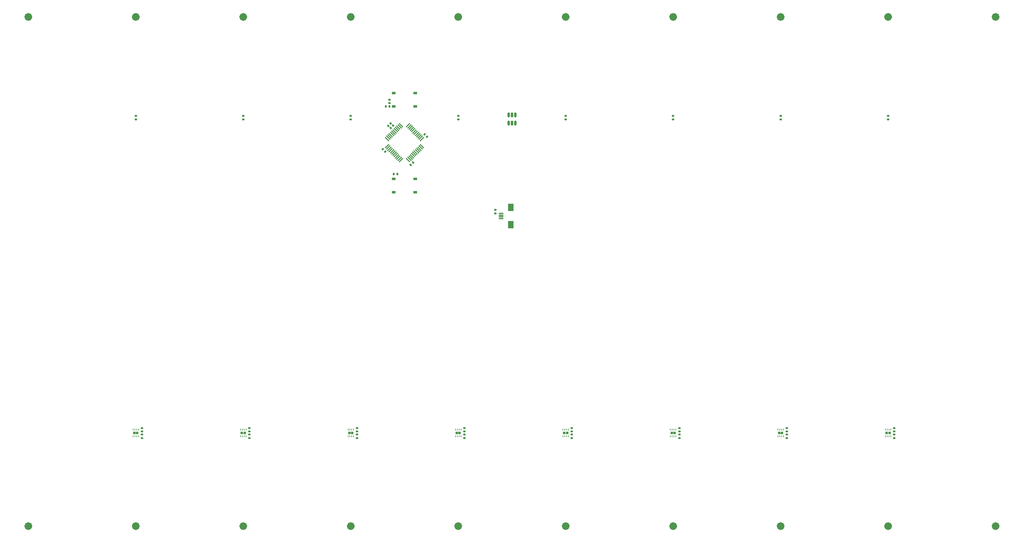
<source format=gbp>
%TF.GenerationSoftware,KiCad,Pcbnew,8.0.3*%
%TF.CreationDate,2024-07-13T18:41:39+02:00*%
%TF.ProjectId,faderboard,66616465-7262-46f6-9172-642e6b696361,rev?*%
%TF.SameCoordinates,Original*%
%TF.FileFunction,Paste,Bot*%
%TF.FilePolarity,Positive*%
%FSLAX46Y46*%
G04 Gerber Fmt 4.6, Leading zero omitted, Abs format (unit mm)*
G04 Created by KiCad (PCBNEW 8.0.3) date 2024-07-13 18:41:39*
%MOMM*%
%LPD*%
G01*
G04 APERTURE LIST*
G04 Aperture macros list*
%AMRoundRect*
0 Rectangle with rounded corners*
0 $1 Rounding radius*
0 $2 $3 $4 $5 $6 $7 $8 $9 X,Y pos of 4 corners*
0 Add a 4 corners polygon primitive as box body*
4,1,4,$2,$3,$4,$5,$6,$7,$8,$9,$2,$3,0*
0 Add four circle primitives for the rounded corners*
1,1,$1+$1,$2,$3*
1,1,$1+$1,$4,$5*
1,1,$1+$1,$6,$7*
1,1,$1+$1,$8,$9*
0 Add four rect primitives between the rounded corners*
20,1,$1+$1,$2,$3,$4,$5,0*
20,1,$1+$1,$4,$5,$6,$7,0*
20,1,$1+$1,$6,$7,$8,$9,0*
20,1,$1+$1,$8,$9,$2,$3,0*%
G04 Aperture macros list end*
%ADD10C,1.100000*%
%ADD11R,0.650000X0.750000*%
%ADD12RoundRect,0.062500X0.062500X-0.187500X0.062500X0.187500X-0.062500X0.187500X-0.062500X-0.187500X0*%
%ADD13RoundRect,0.140000X-0.170000X0.140000X-0.170000X-0.140000X0.170000X-0.140000X0.170000X0.140000X0*%
%ADD14RoundRect,0.075000X-0.575000X0.075000X-0.575000X-0.075000X0.575000X-0.075000X0.575000X0.075000X0*%
%ADD15R,1.600000X2.000000*%
%ADD16RoundRect,0.135000X-0.135000X-0.185000X0.135000X-0.185000X0.135000X0.185000X-0.135000X0.185000X0*%
%ADD17RoundRect,0.140000X0.170000X-0.140000X0.170000X0.140000X-0.170000X0.140000X-0.170000X-0.140000X0*%
%ADD18RoundRect,0.135000X0.185000X-0.135000X0.185000X0.135000X-0.185000X0.135000X-0.185000X-0.135000X0*%
%ADD19RoundRect,0.140000X-0.021213X0.219203X-0.219203X0.021213X0.021213X-0.219203X0.219203X-0.021213X0*%
%ADD20R,1.000000X0.750000*%
%ADD21RoundRect,0.140000X0.219203X0.021213X0.021213X0.219203X-0.219203X-0.021213X-0.021213X-0.219203X0*%
%ADD22RoundRect,0.140000X-0.219203X-0.021213X-0.021213X-0.219203X0.219203X0.021213X0.021213X0.219203X0*%
%ADD23RoundRect,0.140000X0.021213X-0.219203X0.219203X-0.021213X-0.021213X0.219203X-0.219203X0.021213X0*%
%ADD24RoundRect,0.075000X-0.521491X0.415425X0.415425X-0.521491X0.521491X-0.415425X-0.415425X0.521491X0*%
%ADD25RoundRect,0.075000X-0.521491X-0.415425X-0.415425X-0.521491X0.521491X0.415425X0.415425X0.521491X0*%
%ADD26RoundRect,0.150000X-0.150000X0.512500X-0.150000X-0.512500X0.150000X-0.512500X0.150000X0.512500X0*%
G04 APERTURE END LIST*
D10*
X73050000Y-149100000D02*
G75*
G02*
X71950000Y-149100000I-550000J0D01*
G01*
X71950000Y-149100000D02*
G75*
G02*
X73050000Y-149100000I550000J0D01*
G01*
X13050000Y-149100000D02*
G75*
G02*
X11950000Y-149100000I-550000J0D01*
G01*
X11950000Y-149100000D02*
G75*
G02*
X13050000Y-149100000I550000J0D01*
G01*
X163050000Y-149100000D02*
G75*
G02*
X161950000Y-149100000I-550000J0D01*
G01*
X161950000Y-149100000D02*
G75*
G02*
X163050000Y-149100000I550000J0D01*
G01*
X253050000Y-6900000D02*
G75*
G02*
X251950000Y-6900000I-550000J0D01*
G01*
X251950000Y-6900000D02*
G75*
G02*
X253050000Y-6900000I550000J0D01*
G01*
X43050000Y-149100000D02*
G75*
G02*
X41950000Y-149100000I-550000J0D01*
G01*
X41950000Y-149100000D02*
G75*
G02*
X43050000Y-149100000I550000J0D01*
G01*
X103050000Y-149100000D02*
G75*
G02*
X101950000Y-149100000I-550000J0D01*
G01*
X101950000Y-149100000D02*
G75*
G02*
X103050000Y-149100000I550000J0D01*
G01*
X223050000Y-149100000D02*
G75*
G02*
X221950000Y-149100000I-550000J0D01*
G01*
X221950000Y-149100000D02*
G75*
G02*
X223050000Y-149100000I550000J0D01*
G01*
X223050000Y-6900000D02*
G75*
G02*
X221950000Y-6900000I-550000J0D01*
G01*
X221950000Y-6900000D02*
G75*
G02*
X223050000Y-6900000I550000J0D01*
G01*
X193050000Y-6900000D02*
G75*
G02*
X191950000Y-6900000I-550000J0D01*
G01*
X191950000Y-6900000D02*
G75*
G02*
X193050000Y-6900000I550000J0D01*
G01*
X193050000Y-149100000D02*
G75*
G02*
X191950000Y-149100000I-550000J0D01*
G01*
X191950000Y-149100000D02*
G75*
G02*
X193050000Y-149100000I550000J0D01*
G01*
X13050000Y-6900000D02*
G75*
G02*
X11950000Y-6900000I-550000J0D01*
G01*
X11950000Y-6900000D02*
G75*
G02*
X13050000Y-6900000I550000J0D01*
G01*
X253050000Y-149100000D02*
G75*
G02*
X251950000Y-149100000I-550000J0D01*
G01*
X251950000Y-149100000D02*
G75*
G02*
X253050000Y-149100000I550000J0D01*
G01*
X283050000Y-6900000D02*
G75*
G02*
X281950000Y-6900000I-550000J0D01*
G01*
X281950000Y-6900000D02*
G75*
G02*
X283050000Y-6900000I550000J0D01*
G01*
X133050000Y-6900000D02*
G75*
G02*
X131950000Y-6900000I-550000J0D01*
G01*
X131950000Y-6900000D02*
G75*
G02*
X133050000Y-6900000I550000J0D01*
G01*
X163050000Y-6900000D02*
G75*
G02*
X161950000Y-6900000I-550000J0D01*
G01*
X161950000Y-6900000D02*
G75*
G02*
X163050000Y-6900000I550000J0D01*
G01*
X43050000Y-6900000D02*
G75*
G02*
X41950000Y-6900000I-550000J0D01*
G01*
X41950000Y-6900000D02*
G75*
G02*
X43050000Y-6900000I550000J0D01*
G01*
X103050000Y-6900000D02*
G75*
G02*
X101950000Y-6900000I-550000J0D01*
G01*
X101950000Y-6900000D02*
G75*
G02*
X103050000Y-6900000I550000J0D01*
G01*
X283050000Y-149100000D02*
G75*
G02*
X281950000Y-149100000I-550000J0D01*
G01*
X281950000Y-149100000D02*
G75*
G02*
X283050000Y-149100000I550000J0D01*
G01*
X133050000Y-149100000D02*
G75*
G02*
X131950000Y-149100000I-550000J0D01*
G01*
X131950000Y-149100000D02*
G75*
G02*
X133050000Y-149100000I550000J0D01*
G01*
X73050000Y-6900000D02*
G75*
G02*
X71950000Y-6900000I-550000J0D01*
G01*
X71950000Y-6900000D02*
G75*
G02*
X73050000Y-6900000I550000J0D01*
G01*
D11*
%TO.C,U11*%
X252100000Y-123100000D03*
X252900000Y-123100000D03*
D12*
X253250000Y-124050000D03*
X252750000Y-124050000D03*
X252250000Y-124050000D03*
X251750000Y-124050000D03*
X251750000Y-122150000D03*
X252250000Y-122150000D03*
X252750000Y-122150000D03*
X253250000Y-122150000D03*
%TD*%
D13*
%TO.C,C25*%
X224210000Y-121710000D03*
X224210000Y-122670000D03*
%TD*%
D14*
%TO.C,J2*%
X144475000Y-61750000D03*
X144475000Y-62250000D03*
X144475000Y-62750000D03*
X144475000Y-63250000D03*
D15*
X147155000Y-60050000D03*
X147155000Y-64950000D03*
%TD*%
D16*
%TO.C,R6*%
X112270000Y-31875000D03*
X113290000Y-31875000D03*
%TD*%
D11*
%TO.C,U6*%
X102100000Y-123100000D03*
X102900000Y-123100000D03*
D12*
X103250000Y-124050000D03*
X102750000Y-124050000D03*
X102250000Y-124050000D03*
X101750000Y-124050000D03*
X101750000Y-122150000D03*
X102250000Y-122150000D03*
X102750000Y-122150000D03*
X103250000Y-122150000D03*
%TD*%
D17*
%TO.C,C26*%
X224210000Y-124490000D03*
X224210000Y-123530000D03*
%TD*%
D13*
%TO.C,C23*%
X194210000Y-121710000D03*
X194210000Y-122670000D03*
%TD*%
D17*
%TO.C,C18*%
X104210000Y-124490000D03*
X104210000Y-123530000D03*
%TD*%
D11*
%TO.C,U7*%
X132100000Y-123100000D03*
X132900000Y-123100000D03*
D12*
X133250000Y-124050000D03*
X132750000Y-124050000D03*
X132250000Y-124050000D03*
X131750000Y-124050000D03*
X131750000Y-122150000D03*
X132250000Y-122150000D03*
X132750000Y-122150000D03*
X133250000Y-122150000D03*
%TD*%
D13*
%TO.C,C13*%
X44210000Y-121710000D03*
X44210000Y-122670000D03*
%TD*%
D18*
%TO.C,R11*%
X132500000Y-35510000D03*
X132500000Y-34490000D03*
%TD*%
%TO.C,R8*%
X42500000Y-35510000D03*
X42500000Y-34490000D03*
%TD*%
D17*
%TO.C,C22*%
X164210000Y-124490000D03*
X164210000Y-123530000D03*
%TD*%
%TO.C,C2*%
X142865000Y-61750000D03*
X142865000Y-60790000D03*
%TD*%
D13*
%TO.C,C15*%
X74210000Y-121710000D03*
X74210000Y-122670000D03*
%TD*%
%TO.C,C27*%
X254210000Y-121710000D03*
X254210000Y-122670000D03*
%TD*%
D19*
%TO.C,C4*%
X114325090Y-37241172D03*
X113646268Y-37919994D03*
%TD*%
D13*
%TO.C,C19*%
X134210000Y-121710000D03*
X134210000Y-122670000D03*
%TD*%
D20*
%TO.C,SW2*%
X120500000Y-28125000D03*
X114500000Y-28125000D03*
X120500000Y-31875000D03*
X114500000Y-31875000D03*
%TD*%
D17*
%TO.C,C14*%
X44210000Y-124490000D03*
X44210000Y-123530000D03*
%TD*%
D21*
%TO.C,C5*%
X123828605Y-40394867D03*
X123149783Y-39716045D03*
%TD*%
D16*
%TO.C,R7*%
X114500000Y-50730000D03*
X115520000Y-50730000D03*
%TD*%
D17*
%TO.C,C28*%
X254210000Y-124490000D03*
X254210000Y-123530000D03*
%TD*%
D11*
%TO.C,U5*%
X72100000Y-123100000D03*
X72900000Y-123100000D03*
D12*
X73250000Y-124050000D03*
X72750000Y-124050000D03*
X72250000Y-124050000D03*
X71750000Y-124050000D03*
X71750000Y-122150000D03*
X72250000Y-122150000D03*
X72750000Y-122150000D03*
X73250000Y-122150000D03*
%TD*%
D13*
%TO.C,C17*%
X104210000Y-121710000D03*
X104210000Y-122670000D03*
%TD*%
D17*
%TO.C,C12*%
X113290000Y-30975000D03*
X113290000Y-30015000D03*
%TD*%
%TO.C,C24*%
X194210000Y-124490000D03*
X194210000Y-123530000D03*
%TD*%
D22*
%TO.C,C7*%
X111425953Y-43859691D03*
X112104775Y-44538513D03*
%TD*%
D18*
%TO.C,R9*%
X72500000Y-35510000D03*
X72500000Y-34490000D03*
%TD*%
D17*
%TO.C,C16*%
X74210000Y-124490000D03*
X74210000Y-123530000D03*
%TD*%
D11*
%TO.C,U10*%
X222100000Y-123100000D03*
X222900000Y-123100000D03*
D12*
X223250000Y-124050000D03*
X222750000Y-124050000D03*
X222250000Y-124050000D03*
X221750000Y-124050000D03*
X221750000Y-122150000D03*
X222250000Y-122150000D03*
X222750000Y-122150000D03*
X223250000Y-122150000D03*
%TD*%
D13*
%TO.C,C21*%
X164210000Y-121710000D03*
X164210000Y-122670000D03*
%TD*%
D11*
%TO.C,U4*%
X42100000Y-123100000D03*
X42900000Y-123100000D03*
D12*
X43250000Y-124050000D03*
X42750000Y-124050000D03*
X42250000Y-124050000D03*
X41750000Y-124050000D03*
X41750000Y-122150000D03*
X42250000Y-122150000D03*
X42750000Y-122150000D03*
X43250000Y-122150000D03*
%TD*%
D18*
%TO.C,R15*%
X252500000Y-35510000D03*
X252500000Y-34490000D03*
%TD*%
%TO.C,R10*%
X102500000Y-35510000D03*
X102500000Y-34490000D03*
%TD*%
D11*
%TO.C,U8*%
X162100000Y-123100000D03*
X162900000Y-123100000D03*
D12*
X163250000Y-124050000D03*
X162750000Y-124050000D03*
X162250000Y-124050000D03*
X161750000Y-124050000D03*
X161750000Y-122150000D03*
X162250000Y-122150000D03*
X162750000Y-122150000D03*
X163250000Y-122150000D03*
%TD*%
D11*
%TO.C,U9*%
X192100000Y-123100000D03*
X192900000Y-123100000D03*
D12*
X193250000Y-124050000D03*
X192750000Y-124050000D03*
X192250000Y-124050000D03*
X191750000Y-124050000D03*
X191750000Y-122150000D03*
X192250000Y-122150000D03*
X192750000Y-122150000D03*
X193250000Y-122150000D03*
%TD*%
D20*
%TO.C,SW1*%
X120500000Y-52125000D03*
X114500000Y-52125000D03*
X120500000Y-55875000D03*
X114500000Y-55875000D03*
%TD*%
D23*
%TO.C,C6*%
X119197057Y-48236682D03*
X119875879Y-47557860D03*
%TD*%
D24*
%TO.C,U3*%
X112612124Y-41001212D03*
X112965678Y-40647658D03*
X113319231Y-40294105D03*
X113672785Y-39940551D03*
X114026338Y-39586998D03*
X114379891Y-39233445D03*
X114733445Y-38879891D03*
X115086998Y-38526338D03*
X115440551Y-38172785D03*
X115794105Y-37819231D03*
X116147658Y-37465678D03*
X116501212Y-37112124D03*
D25*
X118498788Y-37112124D03*
X118852342Y-37465678D03*
X119205895Y-37819231D03*
X119559449Y-38172785D03*
X119913002Y-38526338D03*
X120266555Y-38879891D03*
X120620109Y-39233445D03*
X120973662Y-39586998D03*
X121327215Y-39940551D03*
X121680769Y-40294105D03*
X122034322Y-40647658D03*
X122387876Y-41001212D03*
D24*
X122387876Y-42998788D03*
X122034322Y-43352342D03*
X121680769Y-43705895D03*
X121327215Y-44059449D03*
X120973662Y-44413002D03*
X120620109Y-44766555D03*
X120266555Y-45120109D03*
X119913002Y-45473662D03*
X119559449Y-45827215D03*
X119205895Y-46180769D03*
X118852342Y-46534322D03*
X118498788Y-46887876D03*
D25*
X116501212Y-46887876D03*
X116147658Y-46534322D03*
X115794105Y-46180769D03*
X115440551Y-45827215D03*
X115086998Y-45473662D03*
X114733445Y-45120109D03*
X114379891Y-44766555D03*
X114026338Y-44413002D03*
X113672785Y-44059449D03*
X113319231Y-43705895D03*
X112965678Y-43352342D03*
X112612124Y-42998788D03*
%TD*%
D18*
%TO.C,R12*%
X162500000Y-35510000D03*
X162500000Y-34490000D03*
%TD*%
%TO.C,R14*%
X222500000Y-35510000D03*
X222500000Y-34490000D03*
%TD*%
D26*
%TO.C,U2*%
X146550000Y-34232500D03*
X147500000Y-34232500D03*
X148450000Y-34232500D03*
X148450000Y-36507500D03*
X147500000Y-36507500D03*
X146550000Y-36507500D03*
%TD*%
D19*
%TO.C,C3*%
X113674551Y-36590634D03*
X112995729Y-37269456D03*
%TD*%
D18*
%TO.C,R13*%
X192500000Y-35510000D03*
X192500000Y-34490000D03*
%TD*%
D17*
%TO.C,C20*%
X134210000Y-124490000D03*
X134210000Y-123530000D03*
%TD*%
M02*

</source>
